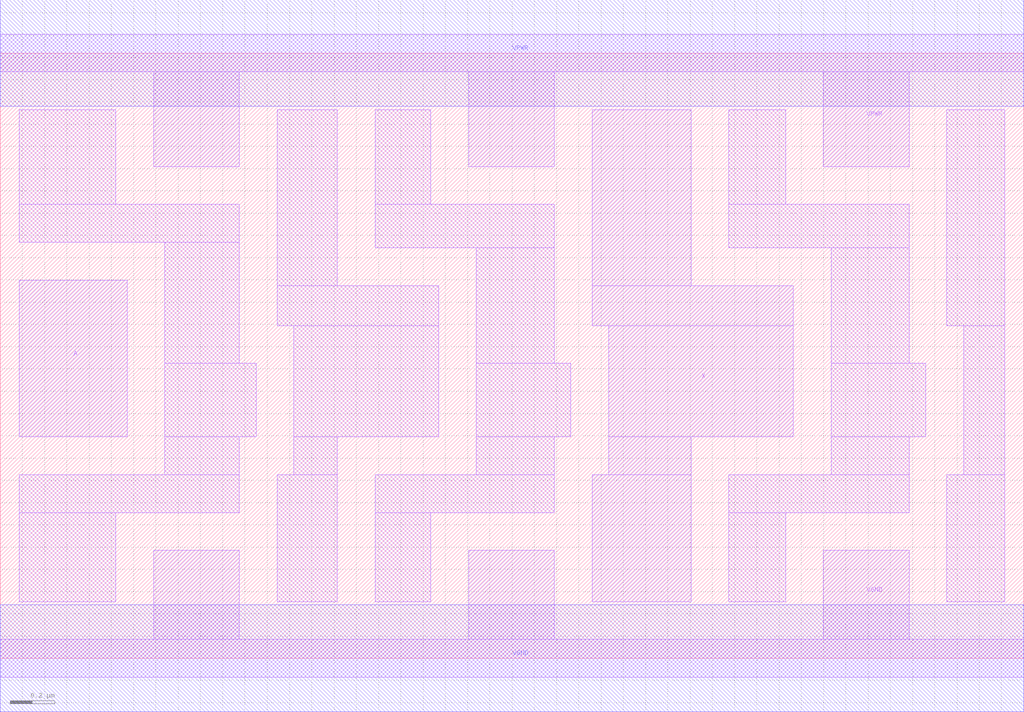
<source format=lef>
# Copyright 2020 The SkyWater PDK Authors
#
# Licensed under the Apache License, Version 2.0 (the "License");
# you may not use this file except in compliance with the License.
# You may obtain a copy of the License at
#
#     https://www.apache.org/licenses/LICENSE-2.0
#
# Unless required by applicable law or agreed to in writing, software
# distributed under the License is distributed on an "AS IS" BASIS,
# WITHOUT WARRANTIES OR CONDITIONS OF ANY KIND, either express or implied.
# See the License for the specific language governing permissions and
# limitations under the License.
#
# SPDX-License-Identifier: Apache-2.0

VERSION 5.5 ;
NAMESCASESENSITIVE ON ;
BUSBITCHARS "[]" ;
DIVIDERCHAR "/" ;
MACRO sky130_fd_sc_hd__dlymetal6s4s_1
  CLASS CORE ;
  SOURCE USER ;
  ORIGIN  0.000000  0.000000 ;
  SIZE  4.600000 BY  2.720000 ;
  SYMMETRY X Y R90 ;
  SITE unithd ;
  PIN A
    ANTENNAGATEAREA  0.126000 ;
    DIRECTION INPUT ;
    USE SIGNAL ;
    PORT
      LAYER li1 ;
        RECT 0.085000 0.995000 0.570000 1.700000 ;
    END
  END A
  PIN X
    ANTENNAGATEAREA  0.126000 ;
    DIRECTION OUTPUT ;
    USE SIGNAL ;
    PORT
      LAYER li1 ;
        RECT 2.660000 0.255000 3.105000 0.825000 ;
        RECT 2.660000 1.495000 3.565000 1.675000 ;
        RECT 2.660000 1.675000 3.105000 2.465000 ;
        RECT 2.735000 0.825000 3.105000 0.995000 ;
        RECT 2.735000 0.995000 3.565000 1.495000 ;
    END
  END X
  PIN VGND
    DIRECTION INOUT ;
    SHAPE ABUTMENT ;
    USE GROUND ;
    PORT
      LAYER li1 ;
        RECT 0.000000 -0.085000 4.600000 0.085000 ;
        RECT 0.690000  0.085000 1.075000 0.485000 ;
        RECT 2.105000  0.085000 2.490000 0.485000 ;
        RECT 3.700000  0.085000 4.085000 0.485000 ;
    END
    PORT
      LAYER met1 ;
        RECT 0.000000 -0.240000 4.600000 0.240000 ;
    END
  END VGND
  PIN VNB
    DIRECTION INOUT ;
    USE GROUND ;
    PORT
    END
  END VNB
  PIN VPB
    DIRECTION INOUT ;
    USE POWER ;
    PORT
    END
  END VPB
  PIN VPWR
    DIRECTION INOUT ;
    SHAPE ABUTMENT ;
    USE POWER ;
    PORT
      LAYER li1 ;
        RECT 0.000000 2.635000 4.600000 2.805000 ;
        RECT 0.690000 2.210000 1.075000 2.635000 ;
        RECT 2.105000 2.210000 2.490000 2.635000 ;
        RECT 3.700000 2.210000 4.085000 2.635000 ;
    END
    PORT
      LAYER met1 ;
        RECT 0.000000 2.480000 4.600000 2.960000 ;
    END
  END VPWR
  OBS
    LAYER li1 ;
      RECT 0.085000 0.255000 0.520000 0.655000 ;
      RECT 0.085000 0.655000 1.075000 0.825000 ;
      RECT 0.085000 1.870000 1.075000 2.040000 ;
      RECT 0.085000 2.040000 0.520000 2.465000 ;
      RECT 0.740000 0.825000 1.075000 0.995000 ;
      RECT 0.740000 0.995000 1.150000 1.325000 ;
      RECT 0.740000 1.325000 1.075000 1.870000 ;
      RECT 1.245000 0.255000 1.515000 0.825000 ;
      RECT 1.245000 1.495000 1.970000 1.675000 ;
      RECT 1.245000 1.675000 1.515000 2.465000 ;
      RECT 1.320000 0.825000 1.515000 0.995000 ;
      RECT 1.320000 0.995000 1.970000 1.495000 ;
      RECT 1.685000 0.255000 1.935000 0.655000 ;
      RECT 1.685000 0.655000 2.490000 0.825000 ;
      RECT 1.685000 1.845000 2.490000 2.040000 ;
      RECT 1.685000 2.040000 1.935000 2.465000 ;
      RECT 2.140000 0.825000 2.490000 0.995000 ;
      RECT 2.140000 0.995000 2.565000 1.325000 ;
      RECT 2.140000 1.325000 2.490000 1.845000 ;
      RECT 3.275000 0.255000 3.530000 0.655000 ;
      RECT 3.275000 0.655000 4.085000 0.825000 ;
      RECT 3.275000 1.845000 4.085000 2.040000 ;
      RECT 3.275000 2.040000 3.530000 2.465000 ;
      RECT 3.735000 0.825000 4.085000 0.995000 ;
      RECT 3.735000 0.995000 4.160000 1.325000 ;
      RECT 3.735000 1.325000 4.085000 1.845000 ;
      RECT 4.255000 0.255000 4.515000 0.825000 ;
      RECT 4.255000 1.495000 4.515000 2.465000 ;
      RECT 4.330000 0.825000 4.515000 1.495000 ;
  END
END sky130_fd_sc_hd__dlymetal6s4s_1
END LIBRARY

</source>
